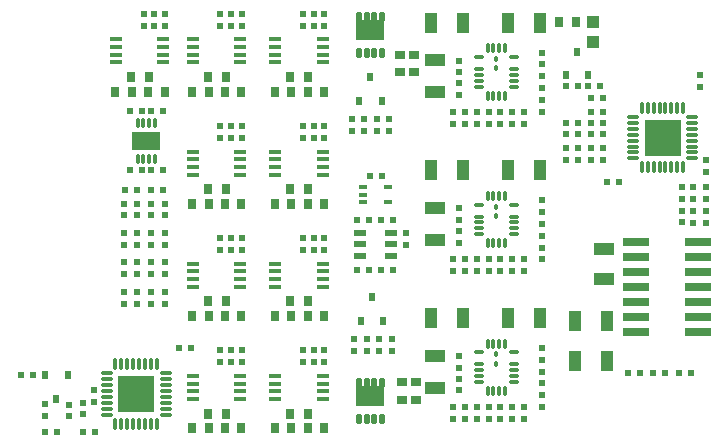
<source format=gbp>
G04 Layer_Color=128*
%FSLAX44Y44*%
%MOMM*%
G71*
G01*
G75*
G04:AMPARAMS|DCode=14|XSize=0.3mm|YSize=0.8mm|CornerRadius=0.075mm|HoleSize=0mm|Usage=FLASHONLY|Rotation=270.000|XOffset=0mm|YOffset=0mm|HoleType=Round|Shape=RoundedRectangle|*
%AMROUNDEDRECTD14*
21,1,0.3000,0.6500,0,0,270.0*
21,1,0.1500,0.8000,0,0,270.0*
1,1,0.1500,-0.3250,-0.0750*
1,1,0.1500,-0.3250,0.0750*
1,1,0.1500,0.3250,0.0750*
1,1,0.1500,0.3250,-0.0750*
%
%ADD14ROUNDEDRECTD14*%
%ADD17R,0.7000X0.9000*%
%ADD31R,0.6000X0.6000*%
%ADD32R,0.6000X0.6000*%
%ADD76R,0.5500X0.8000*%
%ADD77R,1.0000X1.1000*%
%ADD78R,0.8000X0.9000*%
G04:AMPARAMS|DCode=79|XSize=0.45mm|YSize=0.9mm|CornerRadius=0.1125mm|HoleSize=0mm|Usage=FLASHONLY|Rotation=0.000|XOffset=0mm|YOffset=0mm|HoleType=Round|Shape=RoundedRectangle|*
%AMROUNDEDRECTD79*
21,1,0.4500,0.6750,0,0,0.0*
21,1,0.2250,0.9000,0,0,0.0*
1,1,0.2250,0.1125,-0.3375*
1,1,0.2250,-0.1125,-0.3375*
1,1,0.2250,-0.1125,0.3375*
1,1,0.2250,0.1125,0.3375*
%
%ADD79ROUNDEDRECTD79*%
%ADD80R,2.4000X1.7000*%
%ADD81R,1.1000X1.7000*%
%ADD82R,2.2000X0.6500*%
G04:AMPARAMS|DCode=83|XSize=0.4mm|YSize=1.1mm|CornerRadius=0.1mm|HoleSize=0mm|Usage=FLASHONLY|Rotation=270.000|XOffset=0mm|YOffset=0mm|HoleType=Round|Shape=RoundedRectangle|*
%AMROUNDEDRECTD83*
21,1,0.4000,0.9000,0,0,270.0*
21,1,0.2000,1.1000,0,0,270.0*
1,1,0.2000,-0.4500,-0.1000*
1,1,0.2000,-0.4500,0.1000*
1,1,0.2000,0.4500,0.1000*
1,1,0.2000,0.4500,-0.1000*
%
%ADD83ROUNDEDRECTD83*%
%ADD84R,1.7000X1.1000*%
G04:AMPARAMS|DCode=85|XSize=0.3mm|YSize=0.8mm|CornerRadius=0.075mm|HoleSize=0mm|Usage=FLASHONLY|Rotation=0.000|XOffset=0mm|YOffset=0mm|HoleType=Round|Shape=RoundedRectangle|*
%AMROUNDEDRECTD85*
21,1,0.3000,0.6500,0,0,0.0*
21,1,0.1500,0.8000,0,0,0.0*
1,1,0.1500,0.0750,-0.3250*
1,1,0.1500,-0.0750,-0.3250*
1,1,0.1500,-0.0750,0.3250*
1,1,0.1500,0.0750,0.3250*
%
%ADD85ROUNDEDRECTD85*%
G04:AMPARAMS|DCode=86|XSize=0.27mm|YSize=0.45mm|CornerRadius=0.0675mm|HoleSize=0mm|Usage=FLASHONLY|Rotation=0.000|XOffset=0mm|YOffset=0mm|HoleType=Round|Shape=RoundedRectangle|*
%AMROUNDEDRECTD86*
21,1,0.2700,0.3150,0,0,0.0*
21,1,0.1350,0.4500,0,0,0.0*
1,1,0.1350,0.0675,-0.1575*
1,1,0.1350,-0.0675,-0.1575*
1,1,0.1350,-0.0675,0.1575*
1,1,0.1350,0.0675,0.1575*
%
%ADD86ROUNDEDRECTD86*%
%ADD87R,1.8000X1.0000*%
%ADD89R,1.0000X0.5500*%
%ADD90R,0.8000X0.4000*%
G04:AMPARAMS|DCode=91|XSize=0.3mm|YSize=1mm|CornerRadius=0.075mm|HoleSize=0mm|Usage=FLASHONLY|Rotation=0.000|XOffset=0mm|YOffset=0mm|HoleType=Round|Shape=RoundedRectangle|*
%AMROUNDEDRECTD91*
21,1,0.3000,0.8500,0,0,0.0*
21,1,0.1500,1.0000,0,0,0.0*
1,1,0.1500,0.0750,-0.4250*
1,1,0.1500,-0.0750,-0.4250*
1,1,0.1500,-0.0750,0.4250*
1,1,0.1500,0.0750,0.4250*
%
%ADD91ROUNDEDRECTD91*%
G04:AMPARAMS|DCode=92|XSize=0.3mm|YSize=1mm|CornerRadius=0.075mm|HoleSize=0mm|Usage=FLASHONLY|Rotation=90.000|XOffset=0mm|YOffset=0mm|HoleType=Round|Shape=RoundedRectangle|*
%AMROUNDEDRECTD92*
21,1,0.3000,0.8500,0,0,90.0*
21,1,0.1500,1.0000,0,0,90.0*
1,1,0.1500,0.4250,0.0750*
1,1,0.1500,0.4250,-0.0750*
1,1,0.1500,-0.4250,-0.0750*
1,1,0.1500,-0.4250,0.0750*
%
%ADD92ROUNDEDRECTD92*%
%ADD93R,3.1500X3.1500*%
%ADD94R,3.1500X3.1500*%
%ADD95R,2.4000X1.6500*%
%ADD96R,0.9000X0.7000*%
D14*
X406571Y281243D02*
D03*
Y286243D02*
D03*
Y291243D02*
D03*
Y296243D02*
D03*
Y306243D02*
D03*
X436571D02*
D03*
Y296243D02*
D03*
Y291243D02*
D03*
Y286243D02*
D03*
Y281243D02*
D03*
X406571Y156243D02*
D03*
Y161243D02*
D03*
Y166243D02*
D03*
Y171243D02*
D03*
Y181243D02*
D03*
X436571D02*
D03*
Y171243D02*
D03*
Y166243D02*
D03*
Y161243D02*
D03*
Y156243D02*
D03*
X406571Y31242D02*
D03*
Y36242D02*
D03*
Y41242D02*
D03*
Y46242D02*
D03*
Y56242D02*
D03*
X436571D02*
D03*
Y46242D02*
D03*
Y41242D02*
D03*
Y36242D02*
D03*
Y31242D02*
D03*
D17*
X127250Y289500D02*
D03*
X112250D02*
D03*
X192250D02*
D03*
X177250D02*
D03*
X262250D02*
D03*
X247250D02*
D03*
X192250Y194500D02*
D03*
X177250D02*
D03*
X262250D02*
D03*
X247250D02*
D03*
X192250Y99500D02*
D03*
X177250D02*
D03*
X262250D02*
D03*
X247250D02*
D03*
X192250Y4500D02*
D03*
X177250D02*
D03*
X262250D02*
D03*
X247250D02*
D03*
X489250Y335750D02*
D03*
X474250D02*
D03*
D31*
X330750Y254000D02*
D03*
Y244000D02*
D03*
X320167Y254000D02*
D03*
Y244000D02*
D03*
X299000Y254000D02*
D03*
Y244000D02*
D03*
X333000Y57500D02*
D03*
Y67500D02*
D03*
X322417Y57500D02*
D03*
Y67500D02*
D03*
X301250Y57500D02*
D03*
Y67500D02*
D03*
X309583Y254000D02*
D03*
Y244000D02*
D03*
X311833Y57500D02*
D03*
Y67500D02*
D03*
X593750Y290750D02*
D03*
Y280750D02*
D03*
X588000Y196500D02*
D03*
Y186500D02*
D03*
X599000Y196500D02*
D03*
Y186500D02*
D03*
X588000Y176000D02*
D03*
Y166000D02*
D03*
X599000D02*
D03*
Y176000D02*
D03*
X188000Y48000D02*
D03*
Y58000D02*
D03*
X258000D02*
D03*
Y48000D02*
D03*
X188000Y143000D02*
D03*
Y153000D02*
D03*
X258000D02*
D03*
Y143000D02*
D03*
X188000Y238000D02*
D03*
Y248000D02*
D03*
X258000D02*
D03*
Y238000D02*
D03*
Y333000D02*
D03*
Y343000D02*
D03*
X188000D02*
D03*
Y333000D02*
D03*
X123000D02*
D03*
Y343000D02*
D03*
X117437Y107500D02*
D03*
Y97500D02*
D03*
X140719D02*
D03*
Y107500D02*
D03*
X117437Y132417D02*
D03*
Y122417D02*
D03*
X140719D02*
D03*
Y132417D02*
D03*
X117437Y157333D02*
D03*
Y147333D02*
D03*
X140719D02*
D03*
Y157333D02*
D03*
Y172250D02*
D03*
Y182250D02*
D03*
X117437D02*
D03*
Y172250D02*
D03*
X389571Y43243D02*
D03*
Y53243D02*
D03*
Y178242D02*
D03*
Y168242D02*
D03*
Y293242D02*
D03*
Y303242D02*
D03*
X425000Y10000D02*
D03*
Y0D02*
D03*
Y125000D02*
D03*
Y135000D02*
D03*
Y260000D02*
D03*
Y250000D02*
D03*
X460000Y20000D02*
D03*
Y10000D02*
D03*
Y135000D02*
D03*
Y145000D02*
D03*
Y270000D02*
D03*
Y260000D02*
D03*
X389571Y23993D02*
D03*
Y33993D02*
D03*
Y158993D02*
D03*
Y148993D02*
D03*
Y273993D02*
D03*
Y283993D02*
D03*
X405000Y0D02*
D03*
Y10000D02*
D03*
Y135000D02*
D03*
Y125000D02*
D03*
Y250000D02*
D03*
Y260000D02*
D03*
X206000Y58000D02*
D03*
Y48000D02*
D03*
X276000D02*
D03*
Y58000D02*
D03*
X206000Y153000D02*
D03*
Y143000D02*
D03*
X276000D02*
D03*
Y153000D02*
D03*
X206000Y248000D02*
D03*
Y238000D02*
D03*
X276000D02*
D03*
Y248000D02*
D03*
Y343000D02*
D03*
Y333000D02*
D03*
X206000D02*
D03*
Y343000D02*
D03*
X141000D02*
D03*
Y333000D02*
D03*
X197000Y48000D02*
D03*
Y58000D02*
D03*
X267000D02*
D03*
Y48000D02*
D03*
X197000Y143000D02*
D03*
Y153000D02*
D03*
X267000D02*
D03*
Y143000D02*
D03*
X197000Y238000D02*
D03*
Y248000D02*
D03*
X267000D02*
D03*
Y238000D02*
D03*
Y333000D02*
D03*
Y343000D02*
D03*
X197000D02*
D03*
Y333000D02*
D03*
X132000D02*
D03*
Y343000D02*
D03*
X106094Y107500D02*
D03*
Y97500D02*
D03*
X129375D02*
D03*
Y107500D02*
D03*
X106094Y132417D02*
D03*
Y122417D02*
D03*
X129375D02*
D03*
Y132417D02*
D03*
X106094Y157333D02*
D03*
Y147333D02*
D03*
X129375D02*
D03*
Y157333D02*
D03*
Y172250D02*
D03*
Y182250D02*
D03*
X106094D02*
D03*
Y172250D02*
D03*
X460000Y60000D02*
D03*
Y50000D02*
D03*
Y175000D02*
D03*
Y185000D02*
D03*
Y310000D02*
D03*
Y300000D02*
D03*
X395000Y10000D02*
D03*
Y0D02*
D03*
Y125000D02*
D03*
Y135000D02*
D03*
Y260000D02*
D03*
Y250000D02*
D03*
X415000Y0D02*
D03*
Y10000D02*
D03*
Y135000D02*
D03*
Y125000D02*
D03*
Y250000D02*
D03*
Y260000D02*
D03*
X435000Y0D02*
D03*
Y10000D02*
D03*
Y135000D02*
D03*
Y125000D02*
D03*
Y250000D02*
D03*
Y260000D02*
D03*
X345250Y147500D02*
D03*
Y157500D02*
D03*
X445000Y0D02*
D03*
Y10000D02*
D03*
Y135000D02*
D03*
Y125000D02*
D03*
Y250000D02*
D03*
Y260000D02*
D03*
X460000Y40000D02*
D03*
Y30000D02*
D03*
Y155000D02*
D03*
Y165000D02*
D03*
Y290000D02*
D03*
Y280000D02*
D03*
X385000Y10000D02*
D03*
Y0D02*
D03*
Y125000D02*
D03*
Y135000D02*
D03*
Y260000D02*
D03*
Y250000D02*
D03*
X599000Y218750D02*
D03*
Y208750D02*
D03*
X59500Y2000D02*
D03*
Y12000D02*
D03*
X39750Y12250D02*
D03*
Y2250D02*
D03*
X578750Y176250D02*
D03*
Y166250D02*
D03*
X578500Y196500D02*
D03*
Y186500D02*
D03*
X80500Y24500D02*
D03*
Y14500D02*
D03*
X71500Y13750D02*
D03*
Y3750D02*
D03*
D32*
X121250Y260500D02*
D03*
X111250D02*
D03*
Y210500D02*
D03*
X121250D02*
D03*
X129250D02*
D03*
X139250D02*
D03*
X139500Y260500D02*
D03*
X129500D02*
D03*
X511500Y272000D02*
D03*
X501500D02*
D03*
X515250Y200750D02*
D03*
X525250D02*
D03*
X19000Y37500D02*
D03*
X29000D02*
D03*
X554500Y39000D02*
D03*
X564500D02*
D03*
X543000Y39000D02*
D03*
X533000D02*
D03*
X586000Y39000D02*
D03*
X576000D02*
D03*
X334250Y168750D02*
D03*
X324250D02*
D03*
X490500Y219500D02*
D03*
X480500D02*
D03*
X511500D02*
D03*
X501500D02*
D03*
X490500Y229000D02*
D03*
X480500D02*
D03*
X511500D02*
D03*
X501500D02*
D03*
X490500Y241000D02*
D03*
X480500D02*
D03*
X511500D02*
D03*
X501500D02*
D03*
Y260000D02*
D03*
X511500D02*
D03*
Y250500D02*
D03*
X501500D02*
D03*
X490500D02*
D03*
X480500D02*
D03*
X107250Y193750D02*
D03*
X117250D02*
D03*
X39250Y-10750D02*
D03*
X49250D02*
D03*
X153250Y60250D02*
D03*
X163250D02*
D03*
X324500Y205250D02*
D03*
X314500D02*
D03*
X304000Y168750D02*
D03*
X314000D02*
D03*
X303750Y126250D02*
D03*
X313750D02*
D03*
X139500Y193750D02*
D03*
X129500D02*
D03*
X324250Y126250D02*
D03*
X334250D02*
D03*
X499500Y281750D02*
D03*
X509500D02*
D03*
X480500Y281750D02*
D03*
X490500D02*
D03*
X72000Y-11000D02*
D03*
X82000D02*
D03*
D76*
X49000Y16750D02*
D03*
X39500Y36750D02*
D03*
X58500D02*
D03*
X490000Y311000D02*
D03*
X499500Y291000D02*
D03*
X480500D02*
D03*
X305500Y269500D02*
D03*
X324500D02*
D03*
X315000Y289500D02*
D03*
X316500Y103250D02*
D03*
X326000Y83250D02*
D03*
X307000D02*
D03*
D77*
X503250Y335750D02*
D03*
Y318750D02*
D03*
D78*
X126750Y277000D02*
D03*
X140750D02*
D03*
X113000Y277000D02*
D03*
X99000D02*
D03*
X191750Y277000D02*
D03*
X205750D02*
D03*
X178000Y277000D02*
D03*
X164000D02*
D03*
X261750Y277000D02*
D03*
X275750D02*
D03*
X248000Y277000D02*
D03*
X234000D02*
D03*
X191750Y182000D02*
D03*
X205750D02*
D03*
X178000Y182000D02*
D03*
X164000D02*
D03*
X261750Y182000D02*
D03*
X275750D02*
D03*
X248000Y182000D02*
D03*
X234000D02*
D03*
X191750Y87000D02*
D03*
X205750D02*
D03*
X178000Y87000D02*
D03*
X164000D02*
D03*
X191750Y-8000D02*
D03*
X205750D02*
D03*
X261750Y87000D02*
D03*
X275750D02*
D03*
X248000Y87000D02*
D03*
X234000D02*
D03*
X178000Y-8000D02*
D03*
X164000D02*
D03*
X261750Y-8000D02*
D03*
X275750D02*
D03*
X248000Y-8000D02*
D03*
X234000D02*
D03*
D79*
X324750Y309750D02*
D03*
X318250D02*
D03*
X311750D02*
D03*
X305250D02*
D03*
Y340250D02*
D03*
X311750D02*
D03*
X318250D02*
D03*
X324750D02*
D03*
Y-250D02*
D03*
X318250D02*
D03*
X311750D02*
D03*
X305250D02*
D03*
Y30250D02*
D03*
X311750D02*
D03*
X318250D02*
D03*
X324750D02*
D03*
D80*
X315000Y329500D02*
D03*
Y19500D02*
D03*
D81*
X393500Y85500D02*
D03*
X366500D02*
D03*
X431500Y335500D02*
D03*
X458500D02*
D03*
X431500Y210500D02*
D03*
X458500D02*
D03*
X431500Y85500D02*
D03*
X458500D02*
D03*
X515250Y82500D02*
D03*
X488250D02*
D03*
X515250Y49000D02*
D03*
X488250D02*
D03*
X393500Y210500D02*
D03*
X366500D02*
D03*
X393500Y335500D02*
D03*
X366500D02*
D03*
D82*
X540000Y73900D02*
D03*
Y86600D02*
D03*
Y99300D02*
D03*
Y112000D02*
D03*
Y124700D02*
D03*
Y137400D02*
D03*
Y150100D02*
D03*
X592000Y73900D02*
D03*
Y86600D02*
D03*
Y99300D02*
D03*
Y112000D02*
D03*
Y124700D02*
D03*
Y137400D02*
D03*
Y150100D02*
D03*
D83*
X234500Y206750D02*
D03*
Y213250D02*
D03*
Y219750D02*
D03*
Y226250D02*
D03*
X274500Y206750D02*
D03*
Y213250D02*
D03*
Y219750D02*
D03*
Y226250D02*
D03*
X99500Y301750D02*
D03*
Y308250D02*
D03*
Y314750D02*
D03*
Y321250D02*
D03*
X139500Y301750D02*
D03*
Y308250D02*
D03*
Y314750D02*
D03*
Y321250D02*
D03*
X164500Y301750D02*
D03*
Y308250D02*
D03*
Y314750D02*
D03*
Y321250D02*
D03*
X204500Y301750D02*
D03*
Y308250D02*
D03*
Y314750D02*
D03*
Y321250D02*
D03*
X234500Y301750D02*
D03*
Y308250D02*
D03*
Y314750D02*
D03*
Y321250D02*
D03*
X274500Y301750D02*
D03*
Y308250D02*
D03*
Y314750D02*
D03*
Y321250D02*
D03*
X164500Y206750D02*
D03*
Y213250D02*
D03*
Y219750D02*
D03*
Y226250D02*
D03*
X204500Y206750D02*
D03*
Y213250D02*
D03*
Y219750D02*
D03*
Y226250D02*
D03*
X234500Y111750D02*
D03*
Y118250D02*
D03*
Y124750D02*
D03*
Y131250D02*
D03*
X274500Y111750D02*
D03*
Y118250D02*
D03*
Y124750D02*
D03*
Y131250D02*
D03*
X164500Y111750D02*
D03*
Y118250D02*
D03*
Y124750D02*
D03*
Y131250D02*
D03*
X204500Y111750D02*
D03*
Y118250D02*
D03*
Y124750D02*
D03*
Y131250D02*
D03*
X234500Y16750D02*
D03*
Y23250D02*
D03*
Y29750D02*
D03*
Y36250D02*
D03*
X274500Y16750D02*
D03*
Y23250D02*
D03*
Y29750D02*
D03*
Y36250D02*
D03*
X164500Y16750D02*
D03*
Y23250D02*
D03*
Y29750D02*
D03*
Y36250D02*
D03*
X204500Y16750D02*
D03*
Y23250D02*
D03*
Y29750D02*
D03*
Y36250D02*
D03*
D84*
X370000Y303500D02*
D03*
Y276500D02*
D03*
Y178500D02*
D03*
Y151500D02*
D03*
Y53500D02*
D03*
Y26500D02*
D03*
D85*
X414071Y313743D02*
D03*
X419071D02*
D03*
X424071D02*
D03*
X429071D02*
D03*
Y273743D02*
D03*
X424071D02*
D03*
X419071D02*
D03*
X414071D02*
D03*
Y188743D02*
D03*
X419071D02*
D03*
X424071D02*
D03*
X429071D02*
D03*
Y148743D02*
D03*
X424071D02*
D03*
X419071D02*
D03*
X414071D02*
D03*
X414071Y63742D02*
D03*
X419071D02*
D03*
X424071D02*
D03*
X429071D02*
D03*
Y23742D02*
D03*
X424071D02*
D03*
X419071D02*
D03*
X414071D02*
D03*
X117750Y220250D02*
D03*
X122750D02*
D03*
X127750D02*
D03*
X132750D02*
D03*
Y250250D02*
D03*
X127750D02*
D03*
X122750D02*
D03*
X117750D02*
D03*
D86*
X421571Y296793D02*
D03*
Y304492D02*
D03*
Y171793D02*
D03*
Y179492D02*
D03*
X421571Y46792D02*
D03*
Y54493D02*
D03*
D87*
X513000Y118500D02*
D03*
Y143500D02*
D03*
D89*
X332000Y138250D02*
D03*
Y147750D02*
D03*
Y157250D02*
D03*
X306000Y157250D02*
D03*
Y147750D02*
D03*
Y138250D02*
D03*
D90*
X329750Y183250D02*
D03*
Y196250D02*
D03*
X308250D02*
D03*
Y189750D02*
D03*
Y183250D02*
D03*
D91*
X579750Y213000D02*
D03*
X574750D02*
D03*
X569750D02*
D03*
X564750D02*
D03*
X559750D02*
D03*
X554750D02*
D03*
X549750D02*
D03*
X544750D02*
D03*
Y263000D02*
D03*
X549750D02*
D03*
X554750D02*
D03*
X559750D02*
D03*
X564750D02*
D03*
X569750D02*
D03*
X574750D02*
D03*
X579750D02*
D03*
X99000Y-4000D02*
D03*
X104000D02*
D03*
X109000D02*
D03*
X114000D02*
D03*
X119000D02*
D03*
X124000D02*
D03*
X129000D02*
D03*
X134000D02*
D03*
Y46000D02*
D03*
X129000D02*
D03*
X124000D02*
D03*
X119000D02*
D03*
X114000D02*
D03*
X109000D02*
D03*
X104000D02*
D03*
X99000D02*
D03*
D92*
X537250Y220500D02*
D03*
Y225500D02*
D03*
Y230500D02*
D03*
Y235500D02*
D03*
Y240500D02*
D03*
Y245500D02*
D03*
Y250500D02*
D03*
Y255500D02*
D03*
X587250D02*
D03*
Y250500D02*
D03*
Y245500D02*
D03*
Y240500D02*
D03*
Y235500D02*
D03*
Y230500D02*
D03*
Y225500D02*
D03*
Y220500D02*
D03*
X141500Y3500D02*
D03*
Y8500D02*
D03*
Y13500D02*
D03*
Y18500D02*
D03*
Y23500D02*
D03*
Y28500D02*
D03*
Y33500D02*
D03*
Y38500D02*
D03*
X91500D02*
D03*
Y33500D02*
D03*
Y28500D02*
D03*
Y23500D02*
D03*
Y18500D02*
D03*
Y13500D02*
D03*
Y8500D02*
D03*
Y3500D02*
D03*
D93*
X562250Y238000D02*
D03*
D94*
X116500Y21000D02*
D03*
D95*
X125250Y235250D02*
D03*
D96*
X352250Y308250D02*
D03*
Y293250D02*
D03*
X339750Y308250D02*
D03*
Y293250D02*
D03*
X353500Y16000D02*
D03*
Y31000D02*
D03*
X341500Y16000D02*
D03*
Y31000D02*
D03*
M02*

</source>
